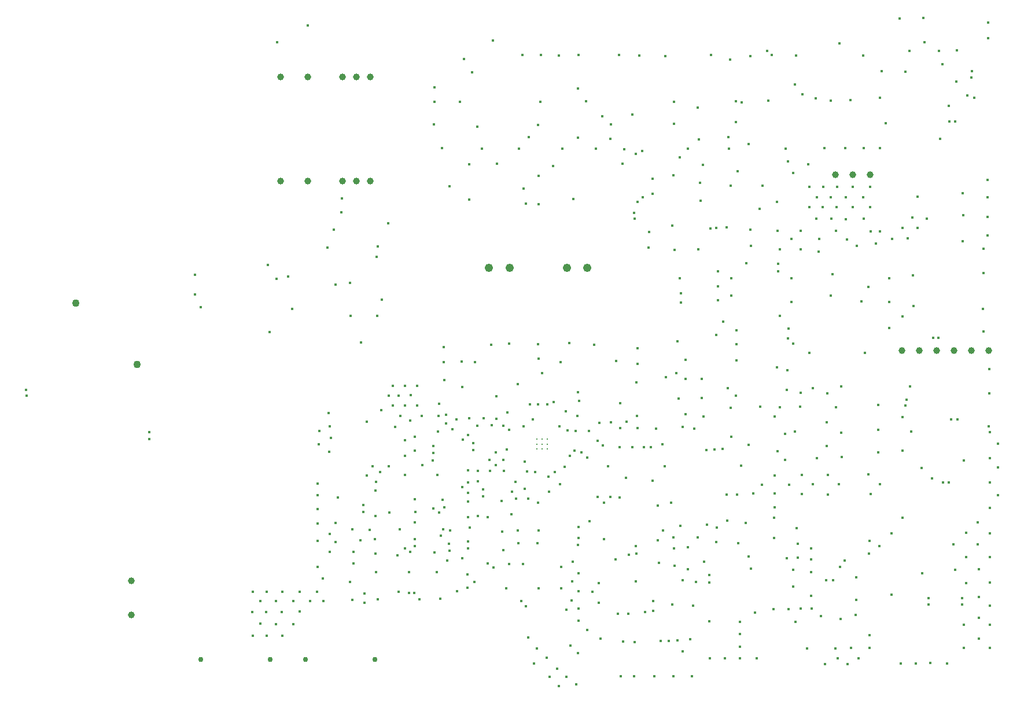
<source format=gbr>
%TF.GenerationSoftware,KiCad,Pcbnew,8.0.2*%
%TF.CreationDate,2025-02-22T19:17:49+01:00*%
%TF.ProjectId,Master_FT25,4d617374-6572-45f4-9654-32352e6b6963,rev?*%
%TF.SameCoordinates,Original*%
%TF.FileFunction,Plated,1,4,PTH,Drill*%
%TF.FilePolarity,Positive*%
%FSLAX46Y46*%
G04 Gerber Fmt 4.6, Leading zero omitted, Abs format (unit mm)*
G04 Created by KiCad (PCBNEW 8.0.2) date 2025-02-22 19:17:49*
%MOMM*%
%LPD*%
G01*
G04 APERTURE LIST*
%TA.AperFunction,ComponentDrill*%
%ADD10C,0.300000*%
%TD*%
%TA.AperFunction,ViaDrill*%
%ADD11C,0.400000*%
%TD*%
%TA.AperFunction,ComponentDrill*%
%ADD12C,0.760000*%
%TD*%
%TA.AperFunction,ComponentDrill*%
%ADD13C,1.000000*%
%TD*%
%TA.AperFunction,ComponentDrill*%
%ADD14C,1.100000*%
%TD*%
%TA.AperFunction,ComponentDrill*%
%ADD15C,1.220000*%
%TD*%
G04 APERTURE END LIST*
D10*
%TO.C,IC2*%
X130700000Y-101600000D03*
X130700000Y-102350000D03*
X130700000Y-103100000D03*
X131450000Y-101600000D03*
X131450000Y-102350000D03*
X131450000Y-103100000D03*
X132200000Y-101600000D03*
X132200000Y-102350000D03*
X132200000Y-103100000D03*
%TD*%
D11*
X55900000Y-94450000D03*
X56020209Y-95291460D03*
X73950000Y-100600000D03*
X73950000Y-101600000D03*
X80637500Y-80475000D03*
X80700000Y-77575000D03*
X81550000Y-82300000D03*
X89050000Y-126950000D03*
X89100000Y-124000000D03*
X89100000Y-130400000D03*
X90200000Y-125350000D03*
X90200000Y-128650000D03*
X91100000Y-126950000D03*
X91150000Y-124000000D03*
X91150000Y-130400000D03*
X91350000Y-76125000D03*
X91575000Y-85975000D03*
X92500000Y-128700000D03*
X92550000Y-125350000D03*
X92625000Y-78200000D03*
X92650000Y-43550000D03*
X93400000Y-126950000D03*
X93450000Y-124000000D03*
X93450000Y-130400000D03*
X94287500Y-77812500D03*
X94850000Y-82550000D03*
X95050000Y-125350000D03*
X95100000Y-128700000D03*
X95950000Y-126900000D03*
X96000000Y-123950000D03*
X97150000Y-41050000D03*
X97550000Y-125350000D03*
X98500000Y-123950000D03*
X98600000Y-108150000D03*
X98600000Y-116500000D03*
X98600000Y-120350000D03*
X98650000Y-109800000D03*
X98650000Y-111850000D03*
X98650000Y-113950000D03*
X98800000Y-102350000D03*
X98850000Y-100400000D03*
X99400000Y-122050000D03*
X99500000Y-125350000D03*
X100087500Y-73637500D03*
X100250000Y-97800000D03*
X100300000Y-103450000D03*
X100390000Y-115500000D03*
X100400000Y-99750000D03*
X100400000Y-118110000D03*
X100600000Y-101450000D03*
X100950000Y-71000000D03*
X101270000Y-113930000D03*
X101275000Y-79025000D03*
X101280000Y-116700000D03*
X101550000Y-110200000D03*
X102125000Y-68475000D03*
X102162500Y-66387500D03*
X103332816Y-78725000D03*
X103350000Y-122550000D03*
X103400000Y-83600000D03*
X103660890Y-114875286D03*
X103700000Y-125150000D03*
X103860000Y-118140000D03*
X103870000Y-119810000D03*
X104840000Y-116440000D03*
X104955304Y-87465778D03*
X105260312Y-111275853D03*
X105301650Y-112275001D03*
X105500000Y-124200000D03*
X105510000Y-125630000D03*
X105788497Y-106993029D03*
X105800000Y-99050000D03*
X106260000Y-114950000D03*
X106670000Y-105580000D03*
X106962653Y-116237347D03*
X107050000Y-109160000D03*
X107050000Y-112871492D03*
X107050000Y-118400000D03*
X107170000Y-121100000D03*
X107200003Y-107900000D03*
X107250000Y-74925000D03*
X107300000Y-83600000D03*
X107400000Y-73475000D03*
X107400000Y-125050000D03*
X107760000Y-106480000D03*
X107950000Y-97400000D03*
X108025000Y-81200000D03*
X108908477Y-70010875D03*
X109000000Y-95300000D03*
X109020000Y-105585000D03*
X109150000Y-112350000D03*
X109600000Y-96750000D03*
X109650000Y-93800000D03*
X109950000Y-99875000D03*
X110270000Y-118640000D03*
X110450000Y-95250000D03*
X110500000Y-124000000D03*
X110675000Y-114875000D03*
X110700000Y-98200000D03*
X111371149Y-117590526D03*
X111400000Y-93800000D03*
X111400000Y-96700000D03*
X111400000Y-104050000D03*
X111425000Y-101825000D03*
X111425000Y-106900000D03*
X111950000Y-124150000D03*
X112002149Y-121106448D03*
X112150000Y-98950000D03*
X112200000Y-118150000D03*
X112250000Y-95200000D03*
X112750000Y-124150000D03*
X112874999Y-116270821D03*
X112875000Y-101325000D03*
X112875000Y-110450000D03*
X112875000Y-113825000D03*
X112875000Y-117325003D03*
X112875001Y-103298670D03*
X112950000Y-112300000D03*
X113150000Y-93800000D03*
X113150000Y-96750000D03*
X113480000Y-125100000D03*
X113875000Y-98250000D03*
X113950000Y-105400000D03*
X115450000Y-104725000D03*
X115518588Y-111821749D03*
X115570000Y-103660000D03*
X115575000Y-102625000D03*
X115650000Y-55600000D03*
X115700000Y-52300000D03*
X115700000Y-118250000D03*
X115750000Y-50150000D03*
X116020000Y-121080000D03*
X116175000Y-106870000D03*
X116224999Y-100550304D03*
X116300000Y-98200000D03*
X116400000Y-96500000D03*
X116420000Y-112350000D03*
X116560000Y-125010000D03*
X116675000Y-115774834D03*
X116800000Y-59000000D03*
X116900000Y-110523429D03*
X117010000Y-114820000D03*
X117050000Y-88150000D03*
X117100000Y-90400000D03*
X117138990Y-111654976D03*
X117150000Y-93000000D03*
X117450000Y-98050000D03*
X117450000Y-99300000D03*
X117600000Y-119430000D03*
X117854795Y-116942198D03*
X117900000Y-64600000D03*
X117940000Y-117938564D03*
X118037119Y-115000000D03*
X118310000Y-100160000D03*
X118932347Y-98707653D03*
X119010000Y-123880000D03*
X119400000Y-52300000D03*
X119700000Y-90250000D03*
X119750000Y-119075000D03*
X119785527Y-108625000D03*
X119800000Y-94000000D03*
X119850000Y-101675000D03*
X120025000Y-46000000D03*
X120550000Y-121400000D03*
X120560000Y-123420000D03*
X120600000Y-109480000D03*
X120600000Y-116610000D03*
X120625000Y-106175000D03*
X120625000Y-107948329D03*
X120625000Y-110795000D03*
X120625000Y-113025000D03*
X120630000Y-117625000D03*
X120650000Y-101000000D03*
X120770000Y-98600000D03*
X120800000Y-61400000D03*
X120800000Y-66550000D03*
X120860000Y-114590000D03*
X121200000Y-47925000D03*
X121375000Y-102250000D03*
X121375000Y-103250003D03*
X121600000Y-122500000D03*
X121650000Y-90350000D03*
X121950000Y-99650000D03*
X122000000Y-55900000D03*
X122075000Y-107850000D03*
X122075000Y-112850000D03*
X122100000Y-106250000D03*
X122700000Y-59100000D03*
X122800000Y-109019997D03*
X122800000Y-110020000D03*
X122900000Y-98550000D03*
X123525000Y-113050000D03*
X123525000Y-119788080D03*
X123800000Y-104650000D03*
X123850000Y-106250000D03*
X124000000Y-87800000D03*
X124100000Y-99600000D03*
X124300000Y-43275000D03*
X124332185Y-120390786D03*
X124650000Y-105450000D03*
X124700000Y-103600000D03*
X124800000Y-95400000D03*
X124800000Y-98625000D03*
X124900000Y-61300000D03*
X125540653Y-110715347D03*
X125600000Y-115150000D03*
X125750000Y-99700000D03*
X125800000Y-104650000D03*
X125823833Y-117873833D03*
X125840000Y-106280000D03*
X126210000Y-123480000D03*
X126330891Y-103151125D03*
X126375000Y-97725000D03*
X126600000Y-119920000D03*
X126650000Y-87625000D03*
X126656173Y-100293827D03*
X126950000Y-112650000D03*
X127050000Y-109350000D03*
X127600000Y-107890000D03*
X127630000Y-110310000D03*
X127925000Y-93600000D03*
X127950000Y-115000000D03*
X128000000Y-116900000D03*
X128100000Y-59100000D03*
X128439910Y-125310090D03*
X128550000Y-45450000D03*
X128700000Y-119950000D03*
X128750000Y-64925000D03*
X128763666Y-99726425D03*
X128900000Y-104900000D03*
X128900000Y-108940000D03*
X129094310Y-126066238D03*
X129100000Y-67200000D03*
X129300000Y-106400000D03*
X129400000Y-130650000D03*
X129440000Y-110330000D03*
X129550000Y-57450000D03*
X129650000Y-96550000D03*
X130150000Y-98725000D03*
X130300000Y-134450000D03*
X130475000Y-106437500D03*
X130700000Y-132300000D03*
X130800000Y-116900000D03*
X130850000Y-96550000D03*
X130900000Y-55650000D03*
X130900000Y-87700000D03*
X130900000Y-110900000D03*
X130950000Y-89850000D03*
X130950000Y-115000000D03*
X130950000Y-123500000D03*
X130975000Y-63100000D03*
X130975000Y-67225000D03*
X131200000Y-52300000D03*
X131300000Y-45450000D03*
X131475000Y-92000000D03*
X132100000Y-133650000D03*
X132188473Y-96524722D03*
X132425153Y-107149847D03*
X132462500Y-109337500D03*
X132550000Y-136450000D03*
X133050000Y-61700000D03*
X133150000Y-96250000D03*
X133350000Y-106429669D03*
X133700000Y-135200000D03*
X133900000Y-45500000D03*
X133900000Y-137750000D03*
X134000000Y-99800000D03*
X134097512Y-108202488D03*
X134200000Y-90400000D03*
X134250000Y-123469274D03*
X134250001Y-120342582D03*
X134400000Y-59100000D03*
X134799999Y-105704669D03*
X134900000Y-97550000D03*
X134987653Y-126612347D03*
X135050000Y-136400000D03*
X135224253Y-100375000D03*
X135425000Y-87600000D03*
X135550000Y-104076620D03*
X135614555Y-131835445D03*
X135750000Y-125250000D03*
X135850000Y-122450000D03*
X135950000Y-119600000D03*
X136000000Y-66450000D03*
X136209595Y-103325000D03*
X136337653Y-100412347D03*
X136500000Y-137500000D03*
X136600000Y-98200000D03*
X136675000Y-94750000D03*
X136700000Y-50350000D03*
X136700000Y-57550000D03*
X136714555Y-132935445D03*
X136750153Y-117094302D03*
X136800000Y-45425000D03*
X136800000Y-121300000D03*
X136800000Y-123900000D03*
X136800000Y-126400000D03*
X136800000Y-128200000D03*
X136802719Y-114495107D03*
X136816975Y-116096534D03*
X136850000Y-96050000D03*
X137250000Y-103550000D03*
X137900000Y-52200000D03*
X138050000Y-104375000D03*
X138100000Y-129560000D03*
X138350000Y-100450000D03*
X138425000Y-113650000D03*
X138800000Y-123950000D03*
X139050000Y-87825000D03*
X139300000Y-59100000D03*
X139600000Y-101875000D03*
X139630851Y-110080851D03*
X139725000Y-122700000D03*
X139800000Y-125550000D03*
X139850000Y-99250000D03*
X140000000Y-130850000D03*
X140300000Y-54400000D03*
X140350000Y-102600000D03*
X140490000Y-110920000D03*
X140550001Y-116234388D03*
X141110000Y-105600000D03*
X141430000Y-110100000D03*
X141450000Y-57700000D03*
X141500000Y-55600000D03*
X141550000Y-99150000D03*
X142250000Y-119275000D03*
X142300000Y-90200000D03*
X142570000Y-127237349D03*
X142750000Y-45400000D03*
X142780000Y-110140000D03*
X142850000Y-102800000D03*
X142900000Y-96350000D03*
X142900000Y-100050000D03*
X142950000Y-136351494D03*
X143200000Y-61350000D03*
X143350000Y-131300000D03*
X143500000Y-59200000D03*
X143750000Y-107300000D03*
X143850000Y-99100000D03*
X144099847Y-127174847D03*
X144175000Y-118550000D03*
X144650000Y-102800000D03*
X144700000Y-54150000D03*
X144915422Y-68554216D03*
X144950000Y-136350000D03*
X145000000Y-69400000D03*
X145050000Y-131325000D03*
X145150000Y-59875000D03*
X145200000Y-122475000D03*
X145210220Y-117250000D03*
X145225000Y-118425001D03*
X145280000Y-93290000D03*
X145375000Y-98200000D03*
X145400000Y-88350000D03*
X145400000Y-90650000D03*
X145400000Y-100000000D03*
X145450000Y-66900000D03*
X145675000Y-45500000D03*
X146100000Y-59450000D03*
X146175000Y-66275000D03*
X146349997Y-102800000D03*
X146500000Y-126950000D03*
X147075000Y-73625000D03*
X147100000Y-71350000D03*
X147350000Y-102800000D03*
X147600000Y-63550000D03*
X147600000Y-65700000D03*
X147674998Y-107721888D03*
X147700000Y-125350000D03*
X147700000Y-126800000D03*
X147900000Y-136350000D03*
X148125000Y-100075000D03*
X148400000Y-111350000D03*
X148430843Y-116469162D03*
X148597347Y-119722653D03*
X148800000Y-131150000D03*
X149080000Y-102399999D03*
X149149989Y-115024683D03*
X149450000Y-105600000D03*
X149500000Y-45600000D03*
X149550000Y-92600000D03*
X149975000Y-131175000D03*
X150387347Y-110912653D03*
X150550000Y-70350000D03*
X150550000Y-125850000D03*
X150650000Y-136351494D03*
X150662500Y-63037500D03*
X150700000Y-116050000D03*
X150800000Y-52300000D03*
X150800000Y-55525000D03*
X150800000Y-117600000D03*
X150825000Y-120175000D03*
X150837500Y-73962500D03*
X151100000Y-92000000D03*
X151299999Y-131125000D03*
X151300000Y-87350000D03*
X151450000Y-95700000D03*
X151575000Y-60375000D03*
X151637989Y-78087989D03*
X151700000Y-114300000D03*
X151800000Y-80300000D03*
X151825000Y-81625000D03*
X152021763Y-132725000D03*
X152024999Y-122324999D03*
X152050000Y-99850000D03*
X152450000Y-98000000D03*
X152500000Y-90000000D03*
X152500000Y-92800000D03*
X152800000Y-59100000D03*
X152800000Y-117500000D03*
X152800000Y-120700000D03*
X153125000Y-130950000D03*
X153400000Y-136350000D03*
X153550000Y-126050000D03*
X153750000Y-100100000D03*
X154000000Y-122500000D03*
X154200000Y-53150000D03*
X154200000Y-116000000D03*
X154350000Y-73850000D03*
X154400000Y-57800000D03*
X154600000Y-64100000D03*
X154650000Y-66750000D03*
X154850000Y-92800000D03*
X154850000Y-95650000D03*
X155000000Y-61500000D03*
X155100000Y-98350000D03*
X155171294Y-119578096D03*
X155500000Y-103250000D03*
X155560000Y-114130000D03*
X155900000Y-121500000D03*
X155900000Y-128325000D03*
X155950000Y-122600000D03*
X156000000Y-133750000D03*
X156075000Y-70800000D03*
X156150000Y-45450000D03*
X156725000Y-103175000D03*
X156925000Y-70750000D03*
X156950000Y-116675000D03*
X156975000Y-86400000D03*
X157074999Y-114606249D03*
X157175000Y-81325000D03*
X157200000Y-79250000D03*
X157225000Y-77075000D03*
X157850000Y-103050000D03*
X157950000Y-84400000D03*
X158250000Y-133750000D03*
X158475304Y-109775001D03*
X158500000Y-70650000D03*
X158550000Y-113580000D03*
X158675000Y-94150000D03*
X158700000Y-57400000D03*
X158800000Y-59100000D03*
X158975000Y-46075000D03*
X159100000Y-64550000D03*
X159100000Y-97075000D03*
X159125000Y-78125000D03*
X159125000Y-101325000D03*
X159150000Y-80650000D03*
X159800000Y-55250000D03*
X159816305Y-52200000D03*
X159850000Y-95250000D03*
X159900000Y-85700000D03*
X159950000Y-87750000D03*
X159950000Y-90125000D03*
X159975000Y-109775000D03*
X160100000Y-62450000D03*
X160200000Y-116875000D03*
X160400000Y-128350000D03*
X160400000Y-130200000D03*
X160400000Y-132000000D03*
X160400000Y-133750000D03*
X160550000Y-105550000D03*
X160650000Y-52325000D03*
X161236700Y-113900001D03*
X161325000Y-75925000D03*
X161650000Y-58450000D03*
X161650000Y-102450000D03*
X161729696Y-118824999D03*
X161950000Y-45600000D03*
X161950000Y-70950000D03*
X162000000Y-73350000D03*
X162024577Y-120619272D03*
X162350000Y-109600000D03*
X162600000Y-127000000D03*
X162850000Y-133750000D03*
X163300000Y-67950000D03*
X163400000Y-96900000D03*
X163650000Y-108300000D03*
X163750000Y-64550000D03*
X164375000Y-44800000D03*
X164600000Y-52100000D03*
X165075000Y-45450000D03*
X165350000Y-126500000D03*
X165375000Y-116125000D03*
X165400000Y-113150000D03*
X165500000Y-98300000D03*
X165500000Y-107000000D03*
X165500000Y-109600000D03*
X165500000Y-111600000D03*
X165800000Y-91100000D03*
X165878176Y-66905630D03*
X165925000Y-71175000D03*
X165950000Y-103400000D03*
X166050000Y-75960000D03*
X166050000Y-77100000D03*
X166250000Y-73850000D03*
X166300000Y-83600000D03*
X166300000Y-97000000D03*
X167000000Y-104650000D03*
X167050000Y-100900000D03*
X167100000Y-59100000D03*
X167285000Y-119035000D03*
X167311655Y-94389235D03*
X167325000Y-91563651D03*
X167450000Y-60950000D03*
X167450000Y-86900000D03*
X167525000Y-126500000D03*
X167550000Y-85425000D03*
X167575000Y-108275000D03*
X167950000Y-78100000D03*
X167950000Y-81600000D03*
X167975000Y-72300000D03*
X168200000Y-62700000D03*
X168200000Y-87650000D03*
X168200000Y-120775000D03*
X168200000Y-123225000D03*
X168475000Y-49725000D03*
X168500000Y-100550000D03*
X168525000Y-128375000D03*
X168650000Y-45475000D03*
X168750000Y-114650000D03*
X168900000Y-116925000D03*
X168912500Y-118987500D03*
X169250000Y-96850000D03*
X169300000Y-73850000D03*
X169325000Y-126400000D03*
X169350000Y-71125000D03*
X169350000Y-94850000D03*
X169500000Y-106900000D03*
X169500000Y-109700000D03*
X169600000Y-51150000D03*
X170225000Y-132300000D03*
X170375000Y-61400000D03*
X170550000Y-64750000D03*
X170600000Y-67700000D03*
X170600000Y-88975000D03*
X170829541Y-119204004D03*
X170862938Y-117639904D03*
X170866721Y-124551949D03*
X170875000Y-121100000D03*
X170885056Y-126411353D03*
X171050000Y-94150000D03*
X171100000Y-108250000D03*
X171500000Y-51750000D03*
X171600000Y-69400000D03*
X171650000Y-66200000D03*
X171675000Y-104450000D03*
X171925000Y-74200000D03*
X172000000Y-72300000D03*
X172275000Y-127505234D03*
X172550000Y-67700000D03*
X172600000Y-64750000D03*
X172800000Y-59000000D03*
X172825000Y-134600000D03*
X173000000Y-122325000D03*
X173150000Y-99200000D03*
X173150000Y-102675000D03*
X173175000Y-94900000D03*
X173275000Y-106900000D03*
X173275000Y-109775000D03*
X173700000Y-52100000D03*
X173725000Y-80625000D03*
X173750000Y-66200000D03*
X173800000Y-69400000D03*
X174000000Y-77500000D03*
X174050000Y-122300000D03*
X174425000Y-132275000D03*
X174450000Y-97000000D03*
X174500000Y-71150000D03*
X174600000Y-67700000D03*
X174650000Y-64750000D03*
X174750000Y-133750000D03*
X174875000Y-108250000D03*
X174950000Y-43700000D03*
X175075000Y-120375000D03*
X175150000Y-127950000D03*
X175275000Y-93925000D03*
X175275000Y-100725000D03*
X175325000Y-104250000D03*
X175737500Y-119400000D03*
X175800000Y-59000000D03*
X175900000Y-66200000D03*
X175950000Y-69450000D03*
X176100000Y-72450000D03*
X176200000Y-134575000D03*
X176600000Y-52000000D03*
X176650000Y-132200000D03*
X176900000Y-67700000D03*
X176950000Y-64750000D03*
X177325000Y-127375000D03*
X177400000Y-125150000D03*
X177425000Y-121825000D03*
X177550000Y-73325000D03*
X177800000Y-133750000D03*
X178200000Y-81450000D03*
X178425000Y-45500000D03*
X178450000Y-66250000D03*
X178500000Y-59000000D03*
X178500000Y-69400000D03*
X178675000Y-89050000D03*
X179175000Y-106825000D03*
X179200000Y-79400000D03*
X179340000Y-118370000D03*
X179360000Y-116500000D03*
X179400000Y-132200000D03*
X179425000Y-130350000D03*
X179450000Y-67650000D03*
X179500000Y-64700000D03*
X179525000Y-109650000D03*
X179550000Y-71200000D03*
X180350000Y-73000000D03*
X180625000Y-96650000D03*
X180625000Y-100250000D03*
X180625000Y-103550000D03*
X180850000Y-117320000D03*
X180950000Y-51700000D03*
X180950000Y-59050000D03*
X180950000Y-71200000D03*
X180950000Y-108225000D03*
X181200000Y-47800000D03*
X181775000Y-55375000D03*
X182300000Y-78100000D03*
X182300000Y-81600000D03*
X182300000Y-85350000D03*
X182575000Y-124375000D03*
X182625000Y-115410000D03*
X182650000Y-72300000D03*
X183800000Y-40050000D03*
X183970000Y-134490000D03*
X184200000Y-70740000D03*
X184200000Y-83700000D03*
X184200000Y-98400000D03*
X184225000Y-113175000D03*
X184250000Y-103350000D03*
X184600000Y-47850000D03*
X184600000Y-96700000D03*
X184775000Y-95850000D03*
X184940000Y-72290000D03*
X185200000Y-44825000D03*
X185275000Y-93925000D03*
X185475000Y-100550000D03*
X185631891Y-69202043D03*
X185750000Y-77650000D03*
X185800000Y-82150000D03*
X186200000Y-134480000D03*
X186375000Y-66125000D03*
X186410000Y-70730000D03*
X187000000Y-105825000D03*
X187050000Y-121250000D03*
X187300000Y-40000000D03*
X187440000Y-43520000D03*
X187800000Y-69400000D03*
X188000000Y-124950000D03*
X188000000Y-125800003D03*
X188310000Y-134430000D03*
X188500000Y-107400000D03*
X188670000Y-86840000D03*
X189500000Y-86820000D03*
X189550000Y-44800000D03*
X189750000Y-57650000D03*
X190050000Y-46750000D03*
X190150000Y-108000000D03*
X190690000Y-134490000D03*
X190950000Y-52850000D03*
X191000000Y-108000000D03*
X191075000Y-55175000D03*
X191325000Y-98725000D03*
X191700000Y-117025000D03*
X191900000Y-120725000D03*
X191925000Y-55175000D03*
X192050000Y-49300000D03*
X192150000Y-44725000D03*
X192225000Y-98725000D03*
X192899999Y-124949999D03*
X192900000Y-125850000D03*
X193050000Y-65625000D03*
X193050000Y-72688466D03*
X193060000Y-68840000D03*
X193200000Y-104750000D03*
X193200000Y-128825000D03*
X193225000Y-132200000D03*
X193500000Y-118925000D03*
X193500000Y-122675000D03*
X193525000Y-115350000D03*
X193700000Y-51350000D03*
X194300000Y-48750000D03*
X194400000Y-47800000D03*
X194725000Y-51675000D03*
X195200000Y-117000000D03*
X195225000Y-113800000D03*
X195375000Y-127800000D03*
X195375000Y-130875000D03*
X195400000Y-120700000D03*
X195400000Y-124700000D03*
X196000000Y-82550000D03*
X196050000Y-77300000D03*
X196050000Y-85850000D03*
X196100000Y-73750000D03*
X196650000Y-63700000D03*
X196650000Y-69100000D03*
X196700000Y-66200000D03*
X196700000Y-71850000D03*
X196725000Y-40625000D03*
X196725000Y-42925000D03*
X196800000Y-99800000D03*
X196950000Y-91400000D03*
X196950000Y-94900000D03*
X196975000Y-128825000D03*
X197000000Y-104450000D03*
X197000000Y-107950000D03*
X197000000Y-111700000D03*
X197000000Y-115400000D03*
X197000000Y-118900000D03*
X197000000Y-122650000D03*
X197000000Y-132200000D03*
X197025000Y-100650000D03*
X197025000Y-126025000D03*
X198200000Y-102300000D03*
X198200000Y-105800000D03*
X198200000Y-109800000D03*
D12*
%TO.C,K2*%
X81500000Y-133850000D03*
X91700000Y-133850000D03*
X96800000Y-133850000D03*
X107000000Y-133850000D03*
D13*
%TO.C,TH1*%
X71375000Y-122350000D03*
X71375000Y-127350000D03*
%TO.C,T1*%
X93210000Y-48630000D03*
X93210000Y-63870000D03*
X97210000Y-48630000D03*
X97210000Y-63870000D03*
X102290000Y-48630000D03*
X102290000Y-63870000D03*
X104290000Y-48630000D03*
X104290000Y-63870000D03*
X106290000Y-48630000D03*
X106290000Y-63870000D03*
%TO.C,U3*%
X174430000Y-62900000D03*
X176970000Y-62900000D03*
X179509999Y-62900000D03*
%TO.C,J3*%
X184100000Y-88650000D03*
X186640000Y-88650000D03*
X189180000Y-88650000D03*
X191720000Y-88650000D03*
X194260000Y-88650000D03*
X196800000Y-88650000D03*
D14*
%TO.C,D7*%
X63259872Y-81709872D03*
X72240128Y-90690128D03*
D15*
%TO.C,J13*%
X123700000Y-76535000D03*
X126700000Y-76535000D03*
%TO.C,J12*%
X135100000Y-76550000D03*
X138100000Y-76550000D03*
M02*

</source>
